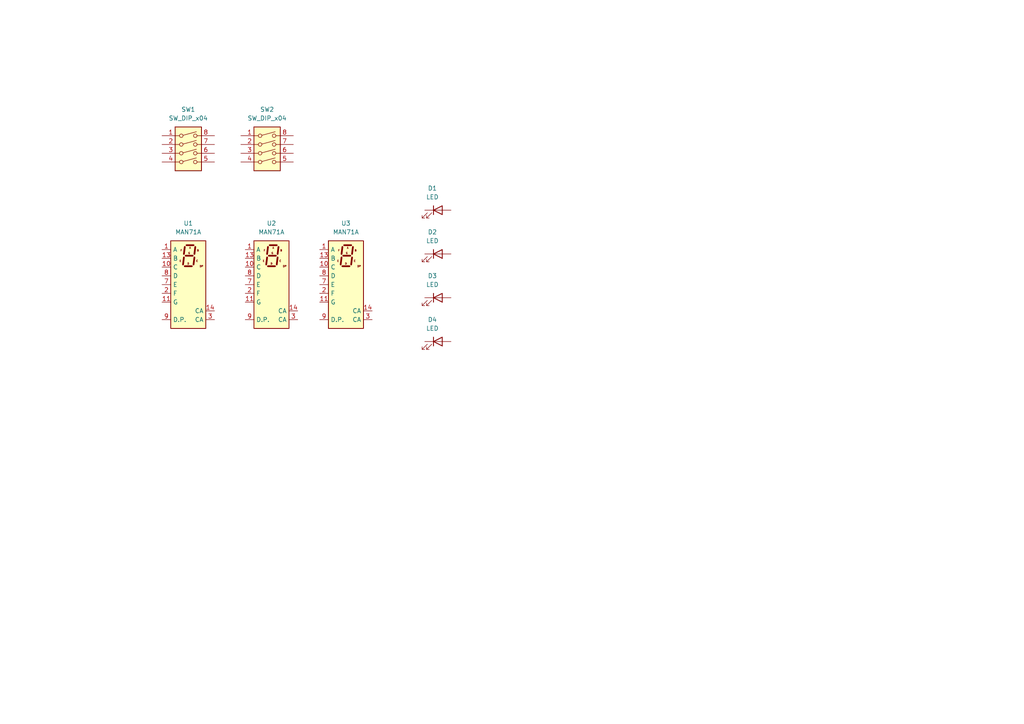
<source format=kicad_sch>
(kicad_sch (version 20211123) (generator eeschema)
  (paper "A4")
  (lib_symbols
    (symbol "Device:LED" (pin_numbers hide) (pin_names (offset 1.016) hide)
      (property "Reference" "D" (at 0 2.54 0))
      (property "Value" "LED" (at 0 -2.54 0))
      (symbol "LED_0_1"
        (polyline (pts (xy -1.27 -1.27) (xy -1.27 1.27)) (stroke (width 0.254)))
        (polyline (pts (xy -1.27 0) (xy 1.27 0)))
        (polyline (pts (xy 1.27 -1.27) (xy 1.27 1.27) (xy -1.27 0) (xy 1.27 -1.27)) (stroke (width 0.254)))
        (polyline (pts (xy -3.048 -0.762) (xy -4.572 -2.286) (xy -3.81 -2.286) (xy -4.572 -2.286) (xy -4.572 -1.524)))
        (polyline (pts (xy -1.778 -0.762) (xy -3.302 -2.286) (xy -2.54 -2.286) (xy -3.302 -2.286) (xy -3.302 -1.524)))
      )
      (symbol "LED_1_1"
        (pin passive line (at -3.81 0 0) (length 2.54) (name "K") (number "1"))
        (pin passive line (at 3.81 0 180) (length 2.54) (name "A") (number "2"))
      )
    )
    (symbol "Display_Character:MAN71A" (pin_names (offset 0.635))
      (property "Reference" "U" (at -2.54 13.97 0))
      (property "Value" "MAN71A" (at 3.556 -14.224 0))
      (symbol "MAN71A_0_0"
        (text "A" (at 0.508 10.668 0) (effects (font (size 0.508 0.508))))
        (text "B" (at 2.794 9.906 0) (effects (font (size 0.508 0.508))))
        (text "C" (at 2.54 6.858 0) (effects (font (size 0.508 0.508))))
        (text "D" (at 0 6.096 0) (effects (font (size 0.508 0.508))))
        (text "DP" (at 3.81 5.334 0) (effects (font (size 0.508 0.508))))
        (text "E" (at -2.286 6.858 0) (effects (font (size 0.508 0.508))))
        (text "F" (at -2.032 9.906 0) (effects (font (size 0.508 0.508))))
        (text "G" (at 0.254 9.144 0) (effects (font (size 0.508 0.508))))
      )
      (symbol "MAN71A_0_1"
        (rectangle (start -5.08 12.7) (end 5.08 -12.7) (stroke (width 0.254)) (fill (type background)))
        (polyline (pts (xy -1.27 7.874) (xy -1.524 5.842)) (stroke (width 0.508)))
        (polyline (pts (xy -1.016 5.334) (xy 1.016 5.334)) (stroke (width 0.508)))
        (polyline (pts (xy -1.016 10.922) (xy -1.27 8.89)) (stroke (width 0.508)))
        (polyline (pts (xy -0.762 8.382) (xy 1.27 8.382)) (stroke (width 0.508)))
        (polyline (pts (xy -0.508 11.43) (xy 1.524 11.43)) (stroke (width 0.508)))
        (polyline (pts (xy 1.778 7.874) (xy 1.524 5.842)) (stroke (width 0.508)))
        (polyline (pts (xy 2.032 10.922) (xy 1.778 8.89)) (stroke (width 0.508)))
        (polyline (pts (xy 2.794 5.334) (xy 2.794 5.334)) (stroke (width 0.508)))
      )
      (symbol "MAN71A_1_1"
        (pin input line (at -7.62 10.16 0) (length 2.54) (name "A") (number "1"))
        (pin input line (at -7.62 5.08 0) (length 2.54) (name "C") (number "10"))
        (pin input line (at -7.62 -5.08 0) (length 2.54) (name "G") (number "11"))
        (pin no_connect line (at 7.62 -5.08 180) (length 2.54) hide (name "NC") (number "12"))
        (pin input line (at -7.62 7.62 0) (length 2.54) (name "B") (number "13"))
        (pin input line (at 7.62 -7.62 180) (length 2.54) (name "CA") (number "14"))
        (pin input line (at -7.62 -2.54 0) (length 2.54) (name "F") (number "2"))
        (pin input line (at 7.62 -10.16 180) (length 2.54) (name "CA") (number "3"))
        (pin no_connect line (at 7.62 2.54 180) (length 2.54) hide (name "NC") (number "4"))
        (pin no_connect line (at 7.62 0 180) (length 2.54) hide (name "NC") (number "5"))
        (pin no_connect line (at 7.62 -2.54 180) (length 2.54) hide (name "NC") (number "6"))
        (pin input line (at -7.62 0 0) (length 2.54) (name "E") (number "7"))
        (pin input line (at -7.62 2.54 0) (length 2.54) (name "D") (number "8"))
        (pin input line (at -7.62 -10.16 0) (length 2.54) (name "D.P.") (number "9"))
      )
    )
    (symbol "Switch:SW_DIP_x04" (pin_names (offset 0) hide)
      (property "Reference" "SW" (at 0 8.89 0))
      (property "Value" "SW_DIP_x04" (at 0 -6.35 0))
      (symbol "SW_DIP_x04_0_0"
        (circle (center -2.032 -2.54) (radius 0.508))
        (circle (center -2.032 0) (radius 0.508))
        (circle (center -2.032 2.54) (radius 0.508))
        (circle (center -2.032 5.08) (radius 0.508))
        (polyline (pts (xy -1.524 -2.3876) (xy 2.3622 -1.3462)))
        (polyline (pts (xy -1.524 0.127) (xy 2.3622 1.1684)))
        (polyline (pts (xy -1.524 2.667) (xy 2.3622 3.7084)))
        (polyline (pts (xy -1.524 5.207) (xy 2.3622 6.2484)))
        (circle (center 2.032 -2.54) (radius 0.508))
        (circle (center 2.032 0) (radius 0.508))
        (circle (center 2.032 2.54) (radius 0.508))
        (circle (center 2.032 5.08) (radius 0.508))
      )
      (symbol "SW_DIP_x04_0_1"
        (rectangle (start -3.81 7.62) (end 3.81 -5.08) (stroke (width 0.254)) (fill (type background)))
      )
      (symbol "SW_DIP_x04_1_1"
        (pin passive line (at -7.62 5.08 0) (length 5.08) (name "~") (number "1"))
        (pin passive line (at -7.62 2.54 0) (length 5.08) (name "~") (number "2"))
        (pin passive line (at -7.62 0 0) (length 5.08) (name "~") (number "3"))
        (pin passive line (at -7.62 -2.54 0) (length 5.08) (name "~") (number "4"))
        (pin passive line (at 7.62 -2.54 180) (length 5.08) (name "~") (number "5"))
        (pin passive line (at 7.62 0 180) (length 5.08) (name "~") (number "6"))
        (pin passive line (at 7.62 2.54 180) (length 5.08) (name "~") (number "7"))
        (pin passive line (at 7.62 5.08 180) (length 5.08) (name "~") (number "8"))
      )
    )
  )
  (symbol (lib_id "Display_Character:MAN71A") (at 78.74 82.55 0) (unit 1)
    (property "Reference" "U2" (at 78.74 64.77 0))
    (property "Value" "MAN71A" (at 78.74 67.31 0))
    (property "Footprint" "Display_7Segment:MAN71A" (effects hide))
    (property "Datasheet" "https://www.digchip.com/datasheets/parts/datasheet/161/MAN3640A-pdf.php" (effects hide))
  )
  (symbol (lib_id "Device:LED") (at 127 86.36 0) (unit 1)
    (property "Reference" "D3" (at 125.4125 80.01 0))
    (property "Value" "LED" (at 125.4125 82.55 0))
    (property "Footprint" "Diode_SMD:D_0201_0603Metric" (effects hide))
  )
  (symbol (lib_id "Display_Character:MAN71A") (at 54.61 82.55 0) (unit 1)
    (property "Reference" "U1" (at 54.61 64.77 0))
    (property "Value" "MAN71A" (at 54.61 67.31 0))
    (property "Footprint" "Display_7Segment:MAN71A" (effects hide))
    (property "Datasheet" "https://www.digchip.com/datasheets/parts/datasheet/161/MAN3640A-pdf.php" (effects hide))
  )
  (symbol (lib_id "Display_Character:MAN71A") (at 100.33 82.55 0) (unit 1)
    (property "Reference" "U3" (at 100.33 64.77 0))
    (property "Value" "MAN71A" (at 100.33 67.31 0))
    (property "Footprint" "Display_7Segment:MAN71A" (effects hide))
    (property "Datasheet" "https://www.digchip.com/datasheets/parts/datasheet/161/MAN3640A-pdf.php" (effects hide))
  )
  (symbol (lib_id "Device:LED") (at 127 60.96 0) (unit 1)
    (property "Reference" "D1" (at 125.4125 54.61 0))
    (property "Value" "LED" (at 125.4125 57.15 0))
    (property "Footprint" "Diode_SMD:D_0201_0603Metric" (effects hide))
  )
  (symbol (lib_id "Switch:SW_DIP_x04") (at 54.61 44.45 0) (unit 1)
    (property "Reference" "SW1" (at 54.61 31.75 0))
    (property "Value" "SW_DIP_x04" (at 54.61 34.29 0))
    (property "Footprint" "Button_Switch_THT:SW_DIP_SPSTx04_Slide_9.78x12.34mm_W7.62mm_P2.54mm" (effects hide))
  )
  (symbol (lib_id "Device:LED") (at 127 73.66 0) (unit 1)
    (property "Reference" "D2" (at 125.4125 67.31 0))
    (property "Value" "LED" (at 125.4125 69.85 0))
    (property "Footprint" "Diode_SMD:D_0201_0603Metric" (effects hide))
  )
  (symbol (lib_id "Device:LED") (at 127 99.06 0) (unit 1)
    (property "Reference" "D4" (at 125.4125 92.71 0))
    (property "Value" "LED" (at 125.4125 95.25 0))
    (property "Footprint" "Diode_SMD:D_0201_0603Metric" (effects hide))
  )
  (symbol (lib_id "Switch:SW_DIP_x04") (at 77.47 44.45 0) (unit 1)
    (property "Reference" "SW2" (at 77.47 31.75 0))
    (property "Value" "SW_DIP_x04" (at 77.47 34.29 0))
    (property "Footprint" "Button_Switch_THT:SW_DIP_SPSTx04_Slide_9.78x12.34mm_W7.62mm_P2.54mm" (effects hide))
  )
)
</source>
